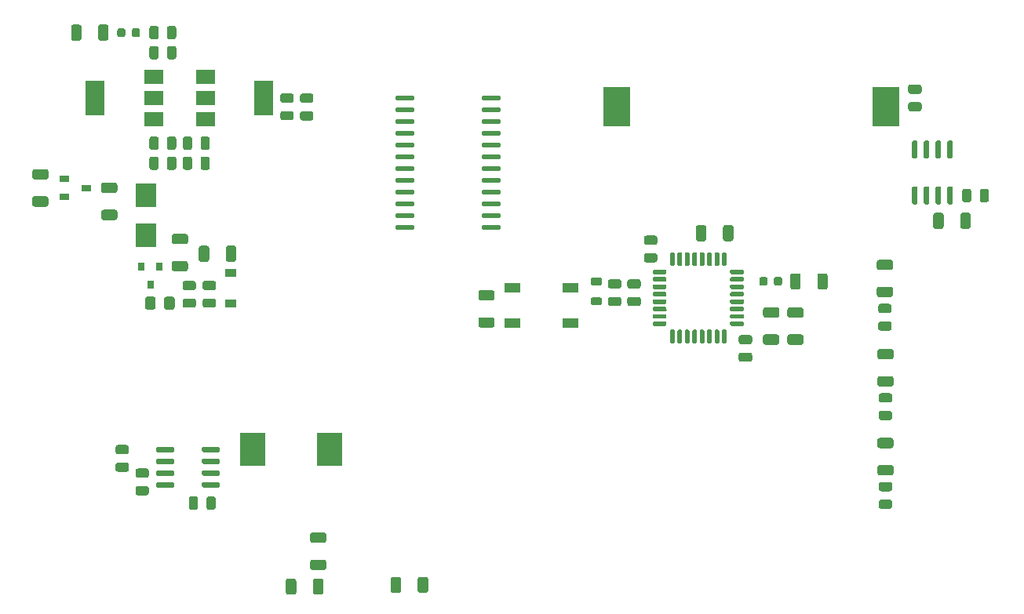
<source format=gtp>
G04 #@! TF.GenerationSoftware,KiCad,Pcbnew,(5.1.12-1-10_14)*
G04 #@! TF.CreationDate,2022-01-30T16:39:28+01:00*
G04 #@! TF.ProjectId,NixieDisplayMotherBoardV2,4e697869-6544-4697-9370-6c61794d6f74,rev?*
G04 #@! TF.SameCoordinates,Original*
G04 #@! TF.FileFunction,Paste,Top*
G04 #@! TF.FilePolarity,Positive*
%FSLAX46Y46*%
G04 Gerber Fmt 4.6, Leading zero omitted, Abs format (unit mm)*
G04 Created by KiCad (PCBNEW (5.1.12-1-10_14)) date 2022-01-30 16:39:28*
%MOMM*%
%LPD*%
G01*
G04 APERTURE LIST*
%ADD10R,2.000000X1.500000*%
%ADD11R,2.000000X3.800000*%
%ADD12R,1.700000X1.000000*%
%ADD13R,0.800000X0.900000*%
%ADD14R,1.000000X0.700000*%
%ADD15R,2.700000X3.600000*%
%ADD16R,1.200000X0.900000*%
%ADD17R,2.300000X2.500000*%
%ADD18R,3.000000X4.200000*%
G04 APERTURE END LIST*
G36*
G01*
X141699000Y-78496500D02*
X141699000Y-78221500D01*
G75*
G02*
X141836500Y-78084000I137500J0D01*
G01*
X143561500Y-78084000D01*
G75*
G02*
X143699000Y-78221500I0J-137500D01*
G01*
X143699000Y-78496500D01*
G75*
G02*
X143561500Y-78634000I-137500J0D01*
G01*
X141836500Y-78634000D01*
G75*
G02*
X141699000Y-78496500I0J137500D01*
G01*
G37*
G36*
G01*
X141699000Y-79766500D02*
X141699000Y-79491500D01*
G75*
G02*
X141836500Y-79354000I137500J0D01*
G01*
X143561500Y-79354000D01*
G75*
G02*
X143699000Y-79491500I0J-137500D01*
G01*
X143699000Y-79766500D01*
G75*
G02*
X143561500Y-79904000I-137500J0D01*
G01*
X141836500Y-79904000D01*
G75*
G02*
X141699000Y-79766500I0J137500D01*
G01*
G37*
G36*
G01*
X141699000Y-81036500D02*
X141699000Y-80761500D01*
G75*
G02*
X141836500Y-80624000I137500J0D01*
G01*
X143561500Y-80624000D01*
G75*
G02*
X143699000Y-80761500I0J-137500D01*
G01*
X143699000Y-81036500D01*
G75*
G02*
X143561500Y-81174000I-137500J0D01*
G01*
X141836500Y-81174000D01*
G75*
G02*
X141699000Y-81036500I0J137500D01*
G01*
G37*
G36*
G01*
X141699000Y-82306500D02*
X141699000Y-82031500D01*
G75*
G02*
X141836500Y-81894000I137500J0D01*
G01*
X143561500Y-81894000D01*
G75*
G02*
X143699000Y-82031500I0J-137500D01*
G01*
X143699000Y-82306500D01*
G75*
G02*
X143561500Y-82444000I-137500J0D01*
G01*
X141836500Y-82444000D01*
G75*
G02*
X141699000Y-82306500I0J137500D01*
G01*
G37*
G36*
G01*
X141699000Y-83576500D02*
X141699000Y-83301500D01*
G75*
G02*
X141836500Y-83164000I137500J0D01*
G01*
X143561500Y-83164000D01*
G75*
G02*
X143699000Y-83301500I0J-137500D01*
G01*
X143699000Y-83576500D01*
G75*
G02*
X143561500Y-83714000I-137500J0D01*
G01*
X141836500Y-83714000D01*
G75*
G02*
X141699000Y-83576500I0J137500D01*
G01*
G37*
G36*
G01*
X141699000Y-84846500D02*
X141699000Y-84571500D01*
G75*
G02*
X141836500Y-84434000I137500J0D01*
G01*
X143561500Y-84434000D01*
G75*
G02*
X143699000Y-84571500I0J-137500D01*
G01*
X143699000Y-84846500D01*
G75*
G02*
X143561500Y-84984000I-137500J0D01*
G01*
X141836500Y-84984000D01*
G75*
G02*
X141699000Y-84846500I0J137500D01*
G01*
G37*
G36*
G01*
X141699000Y-86116500D02*
X141699000Y-85841500D01*
G75*
G02*
X141836500Y-85704000I137500J0D01*
G01*
X143561500Y-85704000D01*
G75*
G02*
X143699000Y-85841500I0J-137500D01*
G01*
X143699000Y-86116500D01*
G75*
G02*
X143561500Y-86254000I-137500J0D01*
G01*
X141836500Y-86254000D01*
G75*
G02*
X141699000Y-86116500I0J137500D01*
G01*
G37*
G36*
G01*
X141699000Y-87386500D02*
X141699000Y-87111500D01*
G75*
G02*
X141836500Y-86974000I137500J0D01*
G01*
X143561500Y-86974000D01*
G75*
G02*
X143699000Y-87111500I0J-137500D01*
G01*
X143699000Y-87386500D01*
G75*
G02*
X143561500Y-87524000I-137500J0D01*
G01*
X141836500Y-87524000D01*
G75*
G02*
X141699000Y-87386500I0J137500D01*
G01*
G37*
G36*
G01*
X141699000Y-88656500D02*
X141699000Y-88381500D01*
G75*
G02*
X141836500Y-88244000I137500J0D01*
G01*
X143561500Y-88244000D01*
G75*
G02*
X143699000Y-88381500I0J-137500D01*
G01*
X143699000Y-88656500D01*
G75*
G02*
X143561500Y-88794000I-137500J0D01*
G01*
X141836500Y-88794000D01*
G75*
G02*
X141699000Y-88656500I0J137500D01*
G01*
G37*
G36*
G01*
X141699000Y-89926500D02*
X141699000Y-89651500D01*
G75*
G02*
X141836500Y-89514000I137500J0D01*
G01*
X143561500Y-89514000D01*
G75*
G02*
X143699000Y-89651500I0J-137500D01*
G01*
X143699000Y-89926500D01*
G75*
G02*
X143561500Y-90064000I-137500J0D01*
G01*
X141836500Y-90064000D01*
G75*
G02*
X141699000Y-89926500I0J137500D01*
G01*
G37*
G36*
G01*
X141699000Y-91196500D02*
X141699000Y-90921500D01*
G75*
G02*
X141836500Y-90784000I137500J0D01*
G01*
X143561500Y-90784000D01*
G75*
G02*
X143699000Y-90921500I0J-137500D01*
G01*
X143699000Y-91196500D01*
G75*
G02*
X143561500Y-91334000I-137500J0D01*
G01*
X141836500Y-91334000D01*
G75*
G02*
X141699000Y-91196500I0J137500D01*
G01*
G37*
G36*
G01*
X141699000Y-92466500D02*
X141699000Y-92191500D01*
G75*
G02*
X141836500Y-92054000I137500J0D01*
G01*
X143561500Y-92054000D01*
G75*
G02*
X143699000Y-92191500I0J-137500D01*
G01*
X143699000Y-92466500D01*
G75*
G02*
X143561500Y-92604000I-137500J0D01*
G01*
X141836500Y-92604000D01*
G75*
G02*
X141699000Y-92466500I0J137500D01*
G01*
G37*
G36*
G01*
X132399000Y-92466500D02*
X132399000Y-92191500D01*
G75*
G02*
X132536500Y-92054000I137500J0D01*
G01*
X134261500Y-92054000D01*
G75*
G02*
X134399000Y-92191500I0J-137500D01*
G01*
X134399000Y-92466500D01*
G75*
G02*
X134261500Y-92604000I-137500J0D01*
G01*
X132536500Y-92604000D01*
G75*
G02*
X132399000Y-92466500I0J137500D01*
G01*
G37*
G36*
G01*
X132399000Y-91196500D02*
X132399000Y-90921500D01*
G75*
G02*
X132536500Y-90784000I137500J0D01*
G01*
X134261500Y-90784000D01*
G75*
G02*
X134399000Y-90921500I0J-137500D01*
G01*
X134399000Y-91196500D01*
G75*
G02*
X134261500Y-91334000I-137500J0D01*
G01*
X132536500Y-91334000D01*
G75*
G02*
X132399000Y-91196500I0J137500D01*
G01*
G37*
G36*
G01*
X132399000Y-89926500D02*
X132399000Y-89651500D01*
G75*
G02*
X132536500Y-89514000I137500J0D01*
G01*
X134261500Y-89514000D01*
G75*
G02*
X134399000Y-89651500I0J-137500D01*
G01*
X134399000Y-89926500D01*
G75*
G02*
X134261500Y-90064000I-137500J0D01*
G01*
X132536500Y-90064000D01*
G75*
G02*
X132399000Y-89926500I0J137500D01*
G01*
G37*
G36*
G01*
X132399000Y-88656500D02*
X132399000Y-88381500D01*
G75*
G02*
X132536500Y-88244000I137500J0D01*
G01*
X134261500Y-88244000D01*
G75*
G02*
X134399000Y-88381500I0J-137500D01*
G01*
X134399000Y-88656500D01*
G75*
G02*
X134261500Y-88794000I-137500J0D01*
G01*
X132536500Y-88794000D01*
G75*
G02*
X132399000Y-88656500I0J137500D01*
G01*
G37*
G36*
G01*
X132399000Y-87386500D02*
X132399000Y-87111500D01*
G75*
G02*
X132536500Y-86974000I137500J0D01*
G01*
X134261500Y-86974000D01*
G75*
G02*
X134399000Y-87111500I0J-137500D01*
G01*
X134399000Y-87386500D01*
G75*
G02*
X134261500Y-87524000I-137500J0D01*
G01*
X132536500Y-87524000D01*
G75*
G02*
X132399000Y-87386500I0J137500D01*
G01*
G37*
G36*
G01*
X132399000Y-86116500D02*
X132399000Y-85841500D01*
G75*
G02*
X132536500Y-85704000I137500J0D01*
G01*
X134261500Y-85704000D01*
G75*
G02*
X134399000Y-85841500I0J-137500D01*
G01*
X134399000Y-86116500D01*
G75*
G02*
X134261500Y-86254000I-137500J0D01*
G01*
X132536500Y-86254000D01*
G75*
G02*
X132399000Y-86116500I0J137500D01*
G01*
G37*
G36*
G01*
X132399000Y-84846500D02*
X132399000Y-84571500D01*
G75*
G02*
X132536500Y-84434000I137500J0D01*
G01*
X134261500Y-84434000D01*
G75*
G02*
X134399000Y-84571500I0J-137500D01*
G01*
X134399000Y-84846500D01*
G75*
G02*
X134261500Y-84984000I-137500J0D01*
G01*
X132536500Y-84984000D01*
G75*
G02*
X132399000Y-84846500I0J137500D01*
G01*
G37*
G36*
G01*
X132399000Y-83576500D02*
X132399000Y-83301500D01*
G75*
G02*
X132536500Y-83164000I137500J0D01*
G01*
X134261500Y-83164000D01*
G75*
G02*
X134399000Y-83301500I0J-137500D01*
G01*
X134399000Y-83576500D01*
G75*
G02*
X134261500Y-83714000I-137500J0D01*
G01*
X132536500Y-83714000D01*
G75*
G02*
X132399000Y-83576500I0J137500D01*
G01*
G37*
G36*
G01*
X132399000Y-82306500D02*
X132399000Y-82031500D01*
G75*
G02*
X132536500Y-81894000I137500J0D01*
G01*
X134261500Y-81894000D01*
G75*
G02*
X134399000Y-82031500I0J-137500D01*
G01*
X134399000Y-82306500D01*
G75*
G02*
X134261500Y-82444000I-137500J0D01*
G01*
X132536500Y-82444000D01*
G75*
G02*
X132399000Y-82306500I0J137500D01*
G01*
G37*
G36*
G01*
X132399000Y-81036500D02*
X132399000Y-80761500D01*
G75*
G02*
X132536500Y-80624000I137500J0D01*
G01*
X134261500Y-80624000D01*
G75*
G02*
X134399000Y-80761500I0J-137500D01*
G01*
X134399000Y-81036500D01*
G75*
G02*
X134261500Y-81174000I-137500J0D01*
G01*
X132536500Y-81174000D01*
G75*
G02*
X132399000Y-81036500I0J137500D01*
G01*
G37*
G36*
G01*
X132399000Y-79766500D02*
X132399000Y-79491500D01*
G75*
G02*
X132536500Y-79354000I137500J0D01*
G01*
X134261500Y-79354000D01*
G75*
G02*
X134399000Y-79491500I0J-137500D01*
G01*
X134399000Y-79766500D01*
G75*
G02*
X134261500Y-79904000I-137500J0D01*
G01*
X132536500Y-79904000D01*
G75*
G02*
X132399000Y-79766500I0J137500D01*
G01*
G37*
G36*
G01*
X132399000Y-78496500D02*
X132399000Y-78221500D01*
G75*
G02*
X132536500Y-78084000I137500J0D01*
G01*
X134261500Y-78084000D01*
G75*
G02*
X134399000Y-78221500I0J-137500D01*
G01*
X134399000Y-78496500D01*
G75*
G02*
X134261500Y-78634000I-137500J0D01*
G01*
X132536500Y-78634000D01*
G75*
G02*
X132399000Y-78496500I0J137500D01*
G01*
G37*
G36*
G01*
X192064500Y-87910800D02*
X192364500Y-87910800D01*
G75*
G02*
X192514500Y-88060800I0J-150000D01*
G01*
X192514500Y-89710800D01*
G75*
G02*
X192364500Y-89860800I-150000J0D01*
G01*
X192064500Y-89860800D01*
G75*
G02*
X191914500Y-89710800I0J150000D01*
G01*
X191914500Y-88060800D01*
G75*
G02*
X192064500Y-87910800I150000J0D01*
G01*
G37*
G36*
G01*
X190794500Y-87910800D02*
X191094500Y-87910800D01*
G75*
G02*
X191244500Y-88060800I0J-150000D01*
G01*
X191244500Y-89710800D01*
G75*
G02*
X191094500Y-89860800I-150000J0D01*
G01*
X190794500Y-89860800D01*
G75*
G02*
X190644500Y-89710800I0J150000D01*
G01*
X190644500Y-88060800D01*
G75*
G02*
X190794500Y-87910800I150000J0D01*
G01*
G37*
G36*
G01*
X189524500Y-87910800D02*
X189824500Y-87910800D01*
G75*
G02*
X189974500Y-88060800I0J-150000D01*
G01*
X189974500Y-89710800D01*
G75*
G02*
X189824500Y-89860800I-150000J0D01*
G01*
X189524500Y-89860800D01*
G75*
G02*
X189374500Y-89710800I0J150000D01*
G01*
X189374500Y-88060800D01*
G75*
G02*
X189524500Y-87910800I150000J0D01*
G01*
G37*
G36*
G01*
X188254500Y-87910800D02*
X188554500Y-87910800D01*
G75*
G02*
X188704500Y-88060800I0J-150000D01*
G01*
X188704500Y-89710800D01*
G75*
G02*
X188554500Y-89860800I-150000J0D01*
G01*
X188254500Y-89860800D01*
G75*
G02*
X188104500Y-89710800I0J150000D01*
G01*
X188104500Y-88060800D01*
G75*
G02*
X188254500Y-87910800I150000J0D01*
G01*
G37*
G36*
G01*
X188254500Y-82960800D02*
X188554500Y-82960800D01*
G75*
G02*
X188704500Y-83110800I0J-150000D01*
G01*
X188704500Y-84760800D01*
G75*
G02*
X188554500Y-84910800I-150000J0D01*
G01*
X188254500Y-84910800D01*
G75*
G02*
X188104500Y-84760800I0J150000D01*
G01*
X188104500Y-83110800D01*
G75*
G02*
X188254500Y-82960800I150000J0D01*
G01*
G37*
G36*
G01*
X189524500Y-82960800D02*
X189824500Y-82960800D01*
G75*
G02*
X189974500Y-83110800I0J-150000D01*
G01*
X189974500Y-84760800D01*
G75*
G02*
X189824500Y-84910800I-150000J0D01*
G01*
X189524500Y-84910800D01*
G75*
G02*
X189374500Y-84760800I0J150000D01*
G01*
X189374500Y-83110800D01*
G75*
G02*
X189524500Y-82960800I150000J0D01*
G01*
G37*
G36*
G01*
X190794500Y-82960800D02*
X191094500Y-82960800D01*
G75*
G02*
X191244500Y-83110800I0J-150000D01*
G01*
X191244500Y-84760800D01*
G75*
G02*
X191094500Y-84910800I-150000J0D01*
G01*
X190794500Y-84910800D01*
G75*
G02*
X190644500Y-84760800I0J150000D01*
G01*
X190644500Y-83110800D01*
G75*
G02*
X190794500Y-82960800I150000J0D01*
G01*
G37*
G36*
G01*
X192064500Y-82960800D02*
X192364500Y-82960800D01*
G75*
G02*
X192514500Y-83110800I0J-150000D01*
G01*
X192514500Y-84760800D01*
G75*
G02*
X192364500Y-84910800I-150000J0D01*
G01*
X192064500Y-84910800D01*
G75*
G02*
X191914500Y-84760800I0J150000D01*
G01*
X191914500Y-83110800D01*
G75*
G02*
X192064500Y-82960800I150000J0D01*
G01*
G37*
G36*
G01*
X161986500Y-96399000D02*
X161986500Y-95149000D01*
G75*
G02*
X162111500Y-95024000I125000J0D01*
G01*
X162361500Y-95024000D01*
G75*
G02*
X162486500Y-95149000I0J-125000D01*
G01*
X162486500Y-96399000D01*
G75*
G02*
X162361500Y-96524000I-125000J0D01*
G01*
X162111500Y-96524000D01*
G75*
G02*
X161986500Y-96399000I0J125000D01*
G01*
G37*
G36*
G01*
X162786500Y-96399000D02*
X162786500Y-95149000D01*
G75*
G02*
X162911500Y-95024000I125000J0D01*
G01*
X163161500Y-95024000D01*
G75*
G02*
X163286500Y-95149000I0J-125000D01*
G01*
X163286500Y-96399000D01*
G75*
G02*
X163161500Y-96524000I-125000J0D01*
G01*
X162911500Y-96524000D01*
G75*
G02*
X162786500Y-96399000I0J125000D01*
G01*
G37*
G36*
G01*
X163586500Y-96399000D02*
X163586500Y-95149000D01*
G75*
G02*
X163711500Y-95024000I125000J0D01*
G01*
X163961500Y-95024000D01*
G75*
G02*
X164086500Y-95149000I0J-125000D01*
G01*
X164086500Y-96399000D01*
G75*
G02*
X163961500Y-96524000I-125000J0D01*
G01*
X163711500Y-96524000D01*
G75*
G02*
X163586500Y-96399000I0J125000D01*
G01*
G37*
G36*
G01*
X164386500Y-96399000D02*
X164386500Y-95149000D01*
G75*
G02*
X164511500Y-95024000I125000J0D01*
G01*
X164761500Y-95024000D01*
G75*
G02*
X164886500Y-95149000I0J-125000D01*
G01*
X164886500Y-96399000D01*
G75*
G02*
X164761500Y-96524000I-125000J0D01*
G01*
X164511500Y-96524000D01*
G75*
G02*
X164386500Y-96399000I0J125000D01*
G01*
G37*
G36*
G01*
X165186500Y-96399000D02*
X165186500Y-95149000D01*
G75*
G02*
X165311500Y-95024000I125000J0D01*
G01*
X165561500Y-95024000D01*
G75*
G02*
X165686500Y-95149000I0J-125000D01*
G01*
X165686500Y-96399000D01*
G75*
G02*
X165561500Y-96524000I-125000J0D01*
G01*
X165311500Y-96524000D01*
G75*
G02*
X165186500Y-96399000I0J125000D01*
G01*
G37*
G36*
G01*
X165986500Y-96399000D02*
X165986500Y-95149000D01*
G75*
G02*
X166111500Y-95024000I125000J0D01*
G01*
X166361500Y-95024000D01*
G75*
G02*
X166486500Y-95149000I0J-125000D01*
G01*
X166486500Y-96399000D01*
G75*
G02*
X166361500Y-96524000I-125000J0D01*
G01*
X166111500Y-96524000D01*
G75*
G02*
X165986500Y-96399000I0J125000D01*
G01*
G37*
G36*
G01*
X166786500Y-96399000D02*
X166786500Y-95149000D01*
G75*
G02*
X166911500Y-95024000I125000J0D01*
G01*
X167161500Y-95024000D01*
G75*
G02*
X167286500Y-95149000I0J-125000D01*
G01*
X167286500Y-96399000D01*
G75*
G02*
X167161500Y-96524000I-125000J0D01*
G01*
X166911500Y-96524000D01*
G75*
G02*
X166786500Y-96399000I0J125000D01*
G01*
G37*
G36*
G01*
X167586500Y-96399000D02*
X167586500Y-95149000D01*
G75*
G02*
X167711500Y-95024000I125000J0D01*
G01*
X167961500Y-95024000D01*
G75*
G02*
X168086500Y-95149000I0J-125000D01*
G01*
X168086500Y-96399000D01*
G75*
G02*
X167961500Y-96524000I-125000J0D01*
G01*
X167711500Y-96524000D01*
G75*
G02*
X167586500Y-96399000I0J125000D01*
G01*
G37*
G36*
G01*
X168461500Y-97274000D02*
X168461500Y-97024000D01*
G75*
G02*
X168586500Y-96899000I125000J0D01*
G01*
X169836500Y-96899000D01*
G75*
G02*
X169961500Y-97024000I0J-125000D01*
G01*
X169961500Y-97274000D01*
G75*
G02*
X169836500Y-97399000I-125000J0D01*
G01*
X168586500Y-97399000D01*
G75*
G02*
X168461500Y-97274000I0J125000D01*
G01*
G37*
G36*
G01*
X168461500Y-98074000D02*
X168461500Y-97824000D01*
G75*
G02*
X168586500Y-97699000I125000J0D01*
G01*
X169836500Y-97699000D01*
G75*
G02*
X169961500Y-97824000I0J-125000D01*
G01*
X169961500Y-98074000D01*
G75*
G02*
X169836500Y-98199000I-125000J0D01*
G01*
X168586500Y-98199000D01*
G75*
G02*
X168461500Y-98074000I0J125000D01*
G01*
G37*
G36*
G01*
X168461500Y-98874000D02*
X168461500Y-98624000D01*
G75*
G02*
X168586500Y-98499000I125000J0D01*
G01*
X169836500Y-98499000D01*
G75*
G02*
X169961500Y-98624000I0J-125000D01*
G01*
X169961500Y-98874000D01*
G75*
G02*
X169836500Y-98999000I-125000J0D01*
G01*
X168586500Y-98999000D01*
G75*
G02*
X168461500Y-98874000I0J125000D01*
G01*
G37*
G36*
G01*
X168461500Y-99674000D02*
X168461500Y-99424000D01*
G75*
G02*
X168586500Y-99299000I125000J0D01*
G01*
X169836500Y-99299000D01*
G75*
G02*
X169961500Y-99424000I0J-125000D01*
G01*
X169961500Y-99674000D01*
G75*
G02*
X169836500Y-99799000I-125000J0D01*
G01*
X168586500Y-99799000D01*
G75*
G02*
X168461500Y-99674000I0J125000D01*
G01*
G37*
G36*
G01*
X168461500Y-100474000D02*
X168461500Y-100224000D01*
G75*
G02*
X168586500Y-100099000I125000J0D01*
G01*
X169836500Y-100099000D01*
G75*
G02*
X169961500Y-100224000I0J-125000D01*
G01*
X169961500Y-100474000D01*
G75*
G02*
X169836500Y-100599000I-125000J0D01*
G01*
X168586500Y-100599000D01*
G75*
G02*
X168461500Y-100474000I0J125000D01*
G01*
G37*
G36*
G01*
X168461500Y-101274000D02*
X168461500Y-101024000D01*
G75*
G02*
X168586500Y-100899000I125000J0D01*
G01*
X169836500Y-100899000D01*
G75*
G02*
X169961500Y-101024000I0J-125000D01*
G01*
X169961500Y-101274000D01*
G75*
G02*
X169836500Y-101399000I-125000J0D01*
G01*
X168586500Y-101399000D01*
G75*
G02*
X168461500Y-101274000I0J125000D01*
G01*
G37*
G36*
G01*
X168461500Y-102074000D02*
X168461500Y-101824000D01*
G75*
G02*
X168586500Y-101699000I125000J0D01*
G01*
X169836500Y-101699000D01*
G75*
G02*
X169961500Y-101824000I0J-125000D01*
G01*
X169961500Y-102074000D01*
G75*
G02*
X169836500Y-102199000I-125000J0D01*
G01*
X168586500Y-102199000D01*
G75*
G02*
X168461500Y-102074000I0J125000D01*
G01*
G37*
G36*
G01*
X168461500Y-102874000D02*
X168461500Y-102624000D01*
G75*
G02*
X168586500Y-102499000I125000J0D01*
G01*
X169836500Y-102499000D01*
G75*
G02*
X169961500Y-102624000I0J-125000D01*
G01*
X169961500Y-102874000D01*
G75*
G02*
X169836500Y-102999000I-125000J0D01*
G01*
X168586500Y-102999000D01*
G75*
G02*
X168461500Y-102874000I0J125000D01*
G01*
G37*
G36*
G01*
X167586500Y-104749000D02*
X167586500Y-103499000D01*
G75*
G02*
X167711500Y-103374000I125000J0D01*
G01*
X167961500Y-103374000D01*
G75*
G02*
X168086500Y-103499000I0J-125000D01*
G01*
X168086500Y-104749000D01*
G75*
G02*
X167961500Y-104874000I-125000J0D01*
G01*
X167711500Y-104874000D01*
G75*
G02*
X167586500Y-104749000I0J125000D01*
G01*
G37*
G36*
G01*
X166786500Y-104749000D02*
X166786500Y-103499000D01*
G75*
G02*
X166911500Y-103374000I125000J0D01*
G01*
X167161500Y-103374000D01*
G75*
G02*
X167286500Y-103499000I0J-125000D01*
G01*
X167286500Y-104749000D01*
G75*
G02*
X167161500Y-104874000I-125000J0D01*
G01*
X166911500Y-104874000D01*
G75*
G02*
X166786500Y-104749000I0J125000D01*
G01*
G37*
G36*
G01*
X165986500Y-104749000D02*
X165986500Y-103499000D01*
G75*
G02*
X166111500Y-103374000I125000J0D01*
G01*
X166361500Y-103374000D01*
G75*
G02*
X166486500Y-103499000I0J-125000D01*
G01*
X166486500Y-104749000D01*
G75*
G02*
X166361500Y-104874000I-125000J0D01*
G01*
X166111500Y-104874000D01*
G75*
G02*
X165986500Y-104749000I0J125000D01*
G01*
G37*
G36*
G01*
X165186500Y-104749000D02*
X165186500Y-103499000D01*
G75*
G02*
X165311500Y-103374000I125000J0D01*
G01*
X165561500Y-103374000D01*
G75*
G02*
X165686500Y-103499000I0J-125000D01*
G01*
X165686500Y-104749000D01*
G75*
G02*
X165561500Y-104874000I-125000J0D01*
G01*
X165311500Y-104874000D01*
G75*
G02*
X165186500Y-104749000I0J125000D01*
G01*
G37*
G36*
G01*
X164386500Y-104749000D02*
X164386500Y-103499000D01*
G75*
G02*
X164511500Y-103374000I125000J0D01*
G01*
X164761500Y-103374000D01*
G75*
G02*
X164886500Y-103499000I0J-125000D01*
G01*
X164886500Y-104749000D01*
G75*
G02*
X164761500Y-104874000I-125000J0D01*
G01*
X164511500Y-104874000D01*
G75*
G02*
X164386500Y-104749000I0J125000D01*
G01*
G37*
G36*
G01*
X163586500Y-104749000D02*
X163586500Y-103499000D01*
G75*
G02*
X163711500Y-103374000I125000J0D01*
G01*
X163961500Y-103374000D01*
G75*
G02*
X164086500Y-103499000I0J-125000D01*
G01*
X164086500Y-104749000D01*
G75*
G02*
X163961500Y-104874000I-125000J0D01*
G01*
X163711500Y-104874000D01*
G75*
G02*
X163586500Y-104749000I0J125000D01*
G01*
G37*
G36*
G01*
X162786500Y-104749000D02*
X162786500Y-103499000D01*
G75*
G02*
X162911500Y-103374000I125000J0D01*
G01*
X163161500Y-103374000D01*
G75*
G02*
X163286500Y-103499000I0J-125000D01*
G01*
X163286500Y-104749000D01*
G75*
G02*
X163161500Y-104874000I-125000J0D01*
G01*
X162911500Y-104874000D01*
G75*
G02*
X162786500Y-104749000I0J125000D01*
G01*
G37*
G36*
G01*
X161986500Y-104749000D02*
X161986500Y-103499000D01*
G75*
G02*
X162111500Y-103374000I125000J0D01*
G01*
X162361500Y-103374000D01*
G75*
G02*
X162486500Y-103499000I0J-125000D01*
G01*
X162486500Y-104749000D01*
G75*
G02*
X162361500Y-104874000I-125000J0D01*
G01*
X162111500Y-104874000D01*
G75*
G02*
X161986500Y-104749000I0J125000D01*
G01*
G37*
G36*
G01*
X160111500Y-102874000D02*
X160111500Y-102624000D01*
G75*
G02*
X160236500Y-102499000I125000J0D01*
G01*
X161486500Y-102499000D01*
G75*
G02*
X161611500Y-102624000I0J-125000D01*
G01*
X161611500Y-102874000D01*
G75*
G02*
X161486500Y-102999000I-125000J0D01*
G01*
X160236500Y-102999000D01*
G75*
G02*
X160111500Y-102874000I0J125000D01*
G01*
G37*
G36*
G01*
X160111500Y-102074000D02*
X160111500Y-101824000D01*
G75*
G02*
X160236500Y-101699000I125000J0D01*
G01*
X161486500Y-101699000D01*
G75*
G02*
X161611500Y-101824000I0J-125000D01*
G01*
X161611500Y-102074000D01*
G75*
G02*
X161486500Y-102199000I-125000J0D01*
G01*
X160236500Y-102199000D01*
G75*
G02*
X160111500Y-102074000I0J125000D01*
G01*
G37*
G36*
G01*
X160111500Y-101274000D02*
X160111500Y-101024000D01*
G75*
G02*
X160236500Y-100899000I125000J0D01*
G01*
X161486500Y-100899000D01*
G75*
G02*
X161611500Y-101024000I0J-125000D01*
G01*
X161611500Y-101274000D01*
G75*
G02*
X161486500Y-101399000I-125000J0D01*
G01*
X160236500Y-101399000D01*
G75*
G02*
X160111500Y-101274000I0J125000D01*
G01*
G37*
G36*
G01*
X160111500Y-100474000D02*
X160111500Y-100224000D01*
G75*
G02*
X160236500Y-100099000I125000J0D01*
G01*
X161486500Y-100099000D01*
G75*
G02*
X161611500Y-100224000I0J-125000D01*
G01*
X161611500Y-100474000D01*
G75*
G02*
X161486500Y-100599000I-125000J0D01*
G01*
X160236500Y-100599000D01*
G75*
G02*
X160111500Y-100474000I0J125000D01*
G01*
G37*
G36*
G01*
X160111500Y-99674000D02*
X160111500Y-99424000D01*
G75*
G02*
X160236500Y-99299000I125000J0D01*
G01*
X161486500Y-99299000D01*
G75*
G02*
X161611500Y-99424000I0J-125000D01*
G01*
X161611500Y-99674000D01*
G75*
G02*
X161486500Y-99799000I-125000J0D01*
G01*
X160236500Y-99799000D01*
G75*
G02*
X160111500Y-99674000I0J125000D01*
G01*
G37*
G36*
G01*
X160111500Y-98874000D02*
X160111500Y-98624000D01*
G75*
G02*
X160236500Y-98499000I125000J0D01*
G01*
X161486500Y-98499000D01*
G75*
G02*
X161611500Y-98624000I0J-125000D01*
G01*
X161611500Y-98874000D01*
G75*
G02*
X161486500Y-98999000I-125000J0D01*
G01*
X160236500Y-98999000D01*
G75*
G02*
X160111500Y-98874000I0J125000D01*
G01*
G37*
G36*
G01*
X160111500Y-98074000D02*
X160111500Y-97824000D01*
G75*
G02*
X160236500Y-97699000I125000J0D01*
G01*
X161486500Y-97699000D01*
G75*
G02*
X161611500Y-97824000I0J-125000D01*
G01*
X161611500Y-98074000D01*
G75*
G02*
X161486500Y-98199000I-125000J0D01*
G01*
X160236500Y-98199000D01*
G75*
G02*
X160111500Y-98074000I0J125000D01*
G01*
G37*
G36*
G01*
X160111500Y-97274000D02*
X160111500Y-97024000D01*
G75*
G02*
X160236500Y-96899000I125000J0D01*
G01*
X161486500Y-96899000D01*
G75*
G02*
X161611500Y-97024000I0J-125000D01*
G01*
X161611500Y-97274000D01*
G75*
G02*
X161486500Y-97399000I-125000J0D01*
G01*
X160236500Y-97399000D01*
G75*
G02*
X160111500Y-97274000I0J125000D01*
G01*
G37*
G36*
G01*
X111482000Y-116482000D02*
X111482000Y-116182000D01*
G75*
G02*
X111632000Y-116032000I150000J0D01*
G01*
X113282000Y-116032000D01*
G75*
G02*
X113432000Y-116182000I0J-150000D01*
G01*
X113432000Y-116482000D01*
G75*
G02*
X113282000Y-116632000I-150000J0D01*
G01*
X111632000Y-116632000D01*
G75*
G02*
X111482000Y-116482000I0J150000D01*
G01*
G37*
G36*
G01*
X111482000Y-117752000D02*
X111482000Y-117452000D01*
G75*
G02*
X111632000Y-117302000I150000J0D01*
G01*
X113282000Y-117302000D01*
G75*
G02*
X113432000Y-117452000I0J-150000D01*
G01*
X113432000Y-117752000D01*
G75*
G02*
X113282000Y-117902000I-150000J0D01*
G01*
X111632000Y-117902000D01*
G75*
G02*
X111482000Y-117752000I0J150000D01*
G01*
G37*
G36*
G01*
X111482000Y-119022000D02*
X111482000Y-118722000D01*
G75*
G02*
X111632000Y-118572000I150000J0D01*
G01*
X113282000Y-118572000D01*
G75*
G02*
X113432000Y-118722000I0J-150000D01*
G01*
X113432000Y-119022000D01*
G75*
G02*
X113282000Y-119172000I-150000J0D01*
G01*
X111632000Y-119172000D01*
G75*
G02*
X111482000Y-119022000I0J150000D01*
G01*
G37*
G36*
G01*
X111482000Y-120292000D02*
X111482000Y-119992000D01*
G75*
G02*
X111632000Y-119842000I150000J0D01*
G01*
X113282000Y-119842000D01*
G75*
G02*
X113432000Y-119992000I0J-150000D01*
G01*
X113432000Y-120292000D01*
G75*
G02*
X113282000Y-120442000I-150000J0D01*
G01*
X111632000Y-120442000D01*
G75*
G02*
X111482000Y-120292000I0J150000D01*
G01*
G37*
G36*
G01*
X106532000Y-120292000D02*
X106532000Y-119992000D01*
G75*
G02*
X106682000Y-119842000I150000J0D01*
G01*
X108332000Y-119842000D01*
G75*
G02*
X108482000Y-119992000I0J-150000D01*
G01*
X108482000Y-120292000D01*
G75*
G02*
X108332000Y-120442000I-150000J0D01*
G01*
X106682000Y-120442000D01*
G75*
G02*
X106532000Y-120292000I0J150000D01*
G01*
G37*
G36*
G01*
X106532000Y-119022000D02*
X106532000Y-118722000D01*
G75*
G02*
X106682000Y-118572000I150000J0D01*
G01*
X108332000Y-118572000D01*
G75*
G02*
X108482000Y-118722000I0J-150000D01*
G01*
X108482000Y-119022000D01*
G75*
G02*
X108332000Y-119172000I-150000J0D01*
G01*
X106682000Y-119172000D01*
G75*
G02*
X106532000Y-119022000I0J150000D01*
G01*
G37*
G36*
G01*
X106532000Y-117752000D02*
X106532000Y-117452000D01*
G75*
G02*
X106682000Y-117302000I150000J0D01*
G01*
X108332000Y-117302000D01*
G75*
G02*
X108482000Y-117452000I0J-150000D01*
G01*
X108482000Y-117752000D01*
G75*
G02*
X108332000Y-117902000I-150000J0D01*
G01*
X106682000Y-117902000D01*
G75*
G02*
X106532000Y-117752000I0J150000D01*
G01*
G37*
G36*
G01*
X106532000Y-116482000D02*
X106532000Y-116182000D01*
G75*
G02*
X106682000Y-116032000I150000J0D01*
G01*
X108332000Y-116032000D01*
G75*
G02*
X108482000Y-116182000I0J-150000D01*
G01*
X108482000Y-116482000D01*
G75*
G02*
X108332000Y-116632000I-150000J0D01*
G01*
X106682000Y-116632000D01*
G75*
G02*
X106532000Y-116482000I0J150000D01*
G01*
G37*
D10*
X111861200Y-76084400D03*
X111861200Y-80684400D03*
X111861200Y-78384400D03*
D11*
X118161200Y-78384400D03*
D10*
X106274000Y-80659000D03*
X106274000Y-76059000D03*
X106274000Y-78359000D03*
D11*
X99974000Y-78359000D03*
D12*
X151257400Y-102661800D03*
X144957400Y-102661800D03*
X151257400Y-98861800D03*
X144957400Y-98861800D03*
G36*
G01*
X167701800Y-93589002D02*
X167701800Y-92338998D01*
G75*
G02*
X167951798Y-92089000I249998J0D01*
G01*
X168576802Y-92089000D01*
G75*
G02*
X168826800Y-92338998I0J-249998D01*
G01*
X168826800Y-93589002D01*
G75*
G02*
X168576802Y-93839000I-249998J0D01*
G01*
X167951798Y-93839000D01*
G75*
G02*
X167701800Y-93589002I0J249998D01*
G01*
G37*
G36*
G01*
X164776800Y-93589002D02*
X164776800Y-92338998D01*
G75*
G02*
X165026798Y-92089000I249998J0D01*
G01*
X165651802Y-92089000D01*
G75*
G02*
X165901800Y-92338998I0J-249998D01*
G01*
X165901800Y-93589002D01*
G75*
G02*
X165651802Y-93839000I-249998J0D01*
G01*
X165026798Y-93839000D01*
G75*
G02*
X164776800Y-93589002I0J249998D01*
G01*
G37*
G36*
G01*
X177874500Y-98796002D02*
X177874500Y-97545998D01*
G75*
G02*
X178124498Y-97296000I249998J0D01*
G01*
X178749502Y-97296000D01*
G75*
G02*
X178999500Y-97545998I0J-249998D01*
G01*
X178999500Y-98796002D01*
G75*
G02*
X178749502Y-99046000I-249998J0D01*
G01*
X178124498Y-99046000D01*
G75*
G02*
X177874500Y-98796002I0J249998D01*
G01*
G37*
G36*
G01*
X174949500Y-98796002D02*
X174949500Y-97545998D01*
G75*
G02*
X175199498Y-97296000I249998J0D01*
G01*
X175824502Y-97296000D01*
G75*
G02*
X176074500Y-97545998I0J-249998D01*
G01*
X176074500Y-98796002D01*
G75*
G02*
X175824502Y-99046000I-249998J0D01*
G01*
X175199498Y-99046000D01*
G75*
G02*
X174949500Y-98796002I0J249998D01*
G01*
G37*
G36*
G01*
X142801502Y-100242800D02*
X141551498Y-100242800D01*
G75*
G02*
X141301500Y-99992802I0J249998D01*
G01*
X141301500Y-99367798D01*
G75*
G02*
X141551498Y-99117800I249998J0D01*
G01*
X142801502Y-99117800D01*
G75*
G02*
X143051500Y-99367798I0J-249998D01*
G01*
X143051500Y-99992802D01*
G75*
G02*
X142801502Y-100242800I-249998J0D01*
G01*
G37*
G36*
G01*
X142801502Y-103167800D02*
X141551498Y-103167800D01*
G75*
G02*
X141301500Y-102917802I0J249998D01*
G01*
X141301500Y-102292798D01*
G75*
G02*
X141551498Y-102042800I249998J0D01*
G01*
X142801502Y-102042800D01*
G75*
G02*
X143051500Y-102292798I0J-249998D01*
G01*
X143051500Y-102917802D01*
G75*
G02*
X142801502Y-103167800I-249998J0D01*
G01*
G37*
G36*
G01*
X176139002Y-102097000D02*
X174888998Y-102097000D01*
G75*
G02*
X174639000Y-101847002I0J249998D01*
G01*
X174639000Y-101221998D01*
G75*
G02*
X174888998Y-100972000I249998J0D01*
G01*
X176139002Y-100972000D01*
G75*
G02*
X176389000Y-101221998I0J-249998D01*
G01*
X176389000Y-101847002D01*
G75*
G02*
X176139002Y-102097000I-249998J0D01*
G01*
G37*
G36*
G01*
X176139002Y-105022000D02*
X174888998Y-105022000D01*
G75*
G02*
X174639000Y-104772002I0J249998D01*
G01*
X174639000Y-104146998D01*
G75*
G02*
X174888998Y-103897000I249998J0D01*
G01*
X176139002Y-103897000D01*
G75*
G02*
X176389000Y-104146998I0J-249998D01*
G01*
X176389000Y-104772002D01*
G75*
G02*
X176139002Y-105022000I-249998J0D01*
G01*
G37*
G36*
G01*
X173522802Y-102097000D02*
X172272798Y-102097000D01*
G75*
G02*
X172022800Y-101847002I0J249998D01*
G01*
X172022800Y-101221998D01*
G75*
G02*
X172272798Y-100972000I249998J0D01*
G01*
X173522802Y-100972000D01*
G75*
G02*
X173772800Y-101221998I0J-249998D01*
G01*
X173772800Y-101847002D01*
G75*
G02*
X173522802Y-102097000I-249998J0D01*
G01*
G37*
G36*
G01*
X173522802Y-105022000D02*
X172272798Y-105022000D01*
G75*
G02*
X172022800Y-104772002I0J249998D01*
G01*
X172022800Y-104146998D01*
G75*
G02*
X172272798Y-103897000I249998J0D01*
G01*
X173522802Y-103897000D01*
G75*
G02*
X173772800Y-104146998I0J-249998D01*
G01*
X173772800Y-104772002D01*
G75*
G02*
X173522802Y-105022000I-249998J0D01*
G01*
G37*
G36*
G01*
X185854502Y-116194000D02*
X184604498Y-116194000D01*
G75*
G02*
X184354500Y-115944002I0J249998D01*
G01*
X184354500Y-115318998D01*
G75*
G02*
X184604498Y-115069000I249998J0D01*
G01*
X185854502Y-115069000D01*
G75*
G02*
X186104500Y-115318998I0J-249998D01*
G01*
X186104500Y-115944002D01*
G75*
G02*
X185854502Y-116194000I-249998J0D01*
G01*
G37*
G36*
G01*
X185854502Y-119119000D02*
X184604498Y-119119000D01*
G75*
G02*
X184354500Y-118869002I0J249998D01*
G01*
X184354500Y-118243998D01*
G75*
G02*
X184604498Y-117994000I249998J0D01*
G01*
X185854502Y-117994000D01*
G75*
G02*
X186104500Y-118243998I0J-249998D01*
G01*
X186104500Y-118869002D01*
G75*
G02*
X185854502Y-119119000I-249998J0D01*
G01*
G37*
G36*
G01*
X191505000Y-91005498D02*
X191505000Y-92255502D01*
G75*
G02*
X191255002Y-92505500I-249998J0D01*
G01*
X190629998Y-92505500D01*
G75*
G02*
X190380000Y-92255502I0J249998D01*
G01*
X190380000Y-91005498D01*
G75*
G02*
X190629998Y-90755500I249998J0D01*
G01*
X191255002Y-90755500D01*
G75*
G02*
X191505000Y-91005498I0J-249998D01*
G01*
G37*
G36*
G01*
X194430000Y-91005498D02*
X194430000Y-92255502D01*
G75*
G02*
X194180002Y-92505500I-249998J0D01*
G01*
X193554998Y-92505500D01*
G75*
G02*
X193305000Y-92255502I0J249998D01*
G01*
X193305000Y-91005498D01*
G75*
G02*
X193554998Y-90755500I249998J0D01*
G01*
X194180002Y-90755500D01*
G75*
G02*
X194430000Y-91005498I0J-249998D01*
G01*
G37*
G36*
G01*
X185854502Y-106605500D02*
X184604498Y-106605500D01*
G75*
G02*
X184354500Y-106355502I0J249998D01*
G01*
X184354500Y-105730498D01*
G75*
G02*
X184604498Y-105480500I249998J0D01*
G01*
X185854502Y-105480500D01*
G75*
G02*
X186104500Y-105730498I0J-249998D01*
G01*
X186104500Y-106355502D01*
G75*
G02*
X185854502Y-106605500I-249998J0D01*
G01*
G37*
G36*
G01*
X185854502Y-109530500D02*
X184604498Y-109530500D01*
G75*
G02*
X184354500Y-109280502I0J249998D01*
G01*
X184354500Y-108655498D01*
G75*
G02*
X184604498Y-108405500I249998J0D01*
G01*
X185854502Y-108405500D01*
G75*
G02*
X186104500Y-108655498I0J-249998D01*
G01*
X186104500Y-109280502D01*
G75*
G02*
X185854502Y-109530500I-249998J0D01*
G01*
G37*
G36*
G01*
X185791002Y-96953500D02*
X184540998Y-96953500D01*
G75*
G02*
X184291000Y-96703502I0J249998D01*
G01*
X184291000Y-96078498D01*
G75*
G02*
X184540998Y-95828500I249998J0D01*
G01*
X185791002Y-95828500D01*
G75*
G02*
X186041000Y-96078498I0J-249998D01*
G01*
X186041000Y-96703502D01*
G75*
G02*
X185791002Y-96953500I-249998J0D01*
G01*
G37*
G36*
G01*
X185791002Y-99878500D02*
X184540998Y-99878500D01*
G75*
G02*
X184291000Y-99628502I0J249998D01*
G01*
X184291000Y-99003498D01*
G75*
G02*
X184540998Y-98753500I249998J0D01*
G01*
X185791002Y-98753500D01*
G75*
G02*
X186041000Y-99003498I0J-249998D01*
G01*
X186041000Y-99628502D01*
G75*
G02*
X185791002Y-99878500I-249998J0D01*
G01*
G37*
G36*
G01*
X123390498Y-128217500D02*
X124640502Y-128217500D01*
G75*
G02*
X124890500Y-128467498I0J-249998D01*
G01*
X124890500Y-129092502D01*
G75*
G02*
X124640502Y-129342500I-249998J0D01*
G01*
X123390498Y-129342500D01*
G75*
G02*
X123140500Y-129092502I0J249998D01*
G01*
X123140500Y-128467498D01*
G75*
G02*
X123390498Y-128217500I249998J0D01*
G01*
G37*
G36*
G01*
X123390498Y-125292500D02*
X124640502Y-125292500D01*
G75*
G02*
X124890500Y-125542498I0J-249998D01*
G01*
X124890500Y-126167502D01*
G75*
G02*
X124640502Y-126417500I-249998J0D01*
G01*
X123390498Y-126417500D01*
G75*
G02*
X123140500Y-126167502I0J249998D01*
G01*
X123140500Y-125542498D01*
G75*
G02*
X123390498Y-125292500I249998J0D01*
G01*
G37*
G36*
G01*
X132958000Y-130311998D02*
X132958000Y-131562002D01*
G75*
G02*
X132708002Y-131812000I-249998J0D01*
G01*
X132082998Y-131812000D01*
G75*
G02*
X131833000Y-131562002I0J249998D01*
G01*
X131833000Y-130311998D01*
G75*
G02*
X132082998Y-130062000I249998J0D01*
G01*
X132708002Y-130062000D01*
G75*
G02*
X132958000Y-130311998I0J-249998D01*
G01*
G37*
G36*
G01*
X135883000Y-130311998D02*
X135883000Y-131562002D01*
G75*
G02*
X135633002Y-131812000I-249998J0D01*
G01*
X135007998Y-131812000D01*
G75*
G02*
X134758000Y-131562002I0J249998D01*
G01*
X134758000Y-130311998D01*
G75*
G02*
X135007998Y-130062000I249998J0D01*
G01*
X135633002Y-130062000D01*
G75*
G02*
X135883000Y-130311998I0J-249998D01*
G01*
G37*
G36*
G01*
X123455000Y-131752502D02*
X123455000Y-130502498D01*
G75*
G02*
X123704998Y-130252500I249998J0D01*
G01*
X124330002Y-130252500D01*
G75*
G02*
X124580000Y-130502498I0J-249998D01*
G01*
X124580000Y-131752502D01*
G75*
G02*
X124330002Y-132002500I-249998J0D01*
G01*
X123704998Y-132002500D01*
G75*
G02*
X123455000Y-131752502I0J249998D01*
G01*
G37*
G36*
G01*
X120530000Y-131752502D02*
X120530000Y-130502498D01*
G75*
G02*
X120779998Y-130252500I249998J0D01*
G01*
X121405002Y-130252500D01*
G75*
G02*
X121655000Y-130502498I0J-249998D01*
G01*
X121655000Y-131752502D01*
G75*
G02*
X121405002Y-132002500I-249998J0D01*
G01*
X120779998Y-132002500D01*
G75*
G02*
X120530000Y-131752502I0J249998D01*
G01*
G37*
G36*
G01*
X112257000Y-94561498D02*
X112257000Y-95811502D01*
G75*
G02*
X112007002Y-96061500I-249998J0D01*
G01*
X111381998Y-96061500D01*
G75*
G02*
X111132000Y-95811502I0J249998D01*
G01*
X111132000Y-94561498D01*
G75*
G02*
X111381998Y-94311500I249998J0D01*
G01*
X112007002Y-94311500D01*
G75*
G02*
X112257000Y-94561498I0J-249998D01*
G01*
G37*
G36*
G01*
X115182000Y-94561498D02*
X115182000Y-95811502D01*
G75*
G02*
X114932002Y-96061500I-249998J0D01*
G01*
X114306998Y-96061500D01*
G75*
G02*
X114057000Y-95811502I0J249998D01*
G01*
X114057000Y-94561498D01*
G75*
G02*
X114306998Y-94311500I249998J0D01*
G01*
X114932002Y-94311500D01*
G75*
G02*
X115182000Y-94561498I0J-249998D01*
G01*
G37*
G36*
G01*
X98477500Y-70685498D02*
X98477500Y-71935502D01*
G75*
G02*
X98227502Y-72185500I-249998J0D01*
G01*
X97602498Y-72185500D01*
G75*
G02*
X97352500Y-71935502I0J249998D01*
G01*
X97352500Y-70685498D01*
G75*
G02*
X97602498Y-70435500I249998J0D01*
G01*
X98227502Y-70435500D01*
G75*
G02*
X98477500Y-70685498I0J-249998D01*
G01*
G37*
G36*
G01*
X101402500Y-70685498D02*
X101402500Y-71935502D01*
G75*
G02*
X101152502Y-72185500I-249998J0D01*
G01*
X100527498Y-72185500D01*
G75*
G02*
X100277500Y-71935502I0J249998D01*
G01*
X100277500Y-70685498D01*
G75*
G02*
X100527498Y-70435500I249998J0D01*
G01*
X101152502Y-70435500D01*
G75*
G02*
X101402500Y-70685498I0J-249998D01*
G01*
G37*
G36*
G01*
X109718002Y-94159500D02*
X108467998Y-94159500D01*
G75*
G02*
X108218000Y-93909502I0J249998D01*
G01*
X108218000Y-93284498D01*
G75*
G02*
X108467998Y-93034500I249998J0D01*
G01*
X109718002Y-93034500D01*
G75*
G02*
X109968000Y-93284498I0J-249998D01*
G01*
X109968000Y-93909502D01*
G75*
G02*
X109718002Y-94159500I-249998J0D01*
G01*
G37*
G36*
G01*
X109718002Y-97084500D02*
X108467998Y-97084500D01*
G75*
G02*
X108218000Y-96834502I0J249998D01*
G01*
X108218000Y-96209498D01*
G75*
G02*
X108467998Y-95959500I249998J0D01*
G01*
X109718002Y-95959500D01*
G75*
G02*
X109968000Y-96209498I0J-249998D01*
G01*
X109968000Y-96834502D01*
G75*
G02*
X109718002Y-97084500I-249998J0D01*
G01*
G37*
G36*
G01*
X102098002Y-88635000D02*
X100847998Y-88635000D01*
G75*
G02*
X100598000Y-88385002I0J249998D01*
G01*
X100598000Y-87759998D01*
G75*
G02*
X100847998Y-87510000I249998J0D01*
G01*
X102098002Y-87510000D01*
G75*
G02*
X102348000Y-87759998I0J-249998D01*
G01*
X102348000Y-88385002D01*
G75*
G02*
X102098002Y-88635000I-249998J0D01*
G01*
G37*
G36*
G01*
X102098002Y-91560000D02*
X100847998Y-91560000D01*
G75*
G02*
X100598000Y-91310002I0J249998D01*
G01*
X100598000Y-90684998D01*
G75*
G02*
X100847998Y-90435000I249998J0D01*
G01*
X102098002Y-90435000D01*
G75*
G02*
X102348000Y-90684998I0J-249998D01*
G01*
X102348000Y-91310002D01*
G75*
G02*
X102098002Y-91560000I-249998J0D01*
G01*
G37*
G36*
G01*
X94668502Y-87174500D02*
X93418498Y-87174500D01*
G75*
G02*
X93168500Y-86924502I0J249998D01*
G01*
X93168500Y-86299498D01*
G75*
G02*
X93418498Y-86049500I249998J0D01*
G01*
X94668502Y-86049500D01*
G75*
G02*
X94918500Y-86299498I0J-249998D01*
G01*
X94918500Y-86924502D01*
G75*
G02*
X94668502Y-87174500I-249998J0D01*
G01*
G37*
G36*
G01*
X94668502Y-90099500D02*
X93418498Y-90099500D01*
G75*
G02*
X93168500Y-89849502I0J249998D01*
G01*
X93168500Y-89224498D01*
G75*
G02*
X93418498Y-88974500I249998J0D01*
G01*
X94668502Y-88974500D01*
G75*
G02*
X94918500Y-89224498I0J-249998D01*
G01*
X94918500Y-89849502D01*
G75*
G02*
X94668502Y-90099500I-249998J0D01*
G01*
G37*
D13*
X105918000Y-98536000D03*
X104968000Y-96536000D03*
X106868000Y-96536000D03*
D14*
X98990000Y-88074500D03*
X96590000Y-89024500D03*
X96590000Y-87124500D03*
G36*
G01*
X153657050Y-99888200D02*
X154419550Y-99888200D01*
G75*
G02*
X154638300Y-100106950I0J-218750D01*
G01*
X154638300Y-100544450D01*
G75*
G02*
X154419550Y-100763200I-218750J0D01*
G01*
X153657050Y-100763200D01*
G75*
G02*
X153438300Y-100544450I0J218750D01*
G01*
X153438300Y-100106950D01*
G75*
G02*
X153657050Y-99888200I218750J0D01*
G01*
G37*
G36*
G01*
X153657050Y-97763200D02*
X154419550Y-97763200D01*
G75*
G02*
X154638300Y-97981950I0J-218750D01*
G01*
X154638300Y-98419450D01*
G75*
G02*
X154419550Y-98638200I-218750J0D01*
G01*
X153657050Y-98638200D01*
G75*
G02*
X153438300Y-98419450I0J218750D01*
G01*
X153438300Y-97981950D01*
G75*
G02*
X153657050Y-97763200I218750J0D01*
G01*
G37*
D15*
X125244500Y-116332000D03*
X116944500Y-116332000D03*
G36*
G01*
X106484000Y-100070499D02*
X106484000Y-100970501D01*
G75*
G02*
X106234001Y-101220500I-249999J0D01*
G01*
X105583999Y-101220500D01*
G75*
G02*
X105334000Y-100970501I0J249999D01*
G01*
X105334000Y-100070499D01*
G75*
G02*
X105583999Y-99820500I249999J0D01*
G01*
X106234001Y-99820500D01*
G75*
G02*
X106484000Y-100070499I0J-249999D01*
G01*
G37*
G36*
G01*
X108534000Y-100070499D02*
X108534000Y-100970501D01*
G75*
G02*
X108284001Y-101220500I-249999J0D01*
G01*
X107633999Y-101220500D01*
G75*
G02*
X107384000Y-100970501I0J249999D01*
G01*
X107384000Y-100070499D01*
G75*
G02*
X107633999Y-99820500I249999J0D01*
G01*
X108284001Y-99820500D01*
G75*
G02*
X108534000Y-100070499I0J-249999D01*
G01*
G37*
G36*
G01*
X172497000Y-97914750D02*
X172497000Y-98427250D01*
G75*
G02*
X172278250Y-98646000I-218750J0D01*
G01*
X171840750Y-98646000D01*
G75*
G02*
X171622000Y-98427250I0J218750D01*
G01*
X171622000Y-97914750D01*
G75*
G02*
X171840750Y-97696000I218750J0D01*
G01*
X172278250Y-97696000D01*
G75*
G02*
X172497000Y-97914750I0J-218750D01*
G01*
G37*
G36*
G01*
X174072000Y-97914750D02*
X174072000Y-98427250D01*
G75*
G02*
X173853250Y-98646000I-218750J0D01*
G01*
X173415750Y-98646000D01*
G75*
G02*
X173197000Y-98427250I0J218750D01*
G01*
X173197000Y-97914750D01*
G75*
G02*
X173415750Y-97696000I218750J0D01*
G01*
X173853250Y-97696000D01*
G75*
G02*
X174072000Y-97914750I0J-218750D01*
G01*
G37*
D16*
X114617500Y-97219500D03*
X114617500Y-100519500D03*
G36*
G01*
X103918500Y-71566750D02*
X103918500Y-71054250D01*
G75*
G02*
X104137250Y-70835500I218750J0D01*
G01*
X104574750Y-70835500D01*
G75*
G02*
X104793500Y-71054250I0J-218750D01*
G01*
X104793500Y-71566750D01*
G75*
G02*
X104574750Y-71785500I-218750J0D01*
G01*
X104137250Y-71785500D01*
G75*
G02*
X103918500Y-71566750I0J218750D01*
G01*
G37*
G36*
G01*
X102343500Y-71566750D02*
X102343500Y-71054250D01*
G75*
G02*
X102562250Y-70835500I218750J0D01*
G01*
X102999750Y-70835500D01*
G75*
G02*
X103218500Y-71054250I0J-218750D01*
G01*
X103218500Y-71566750D01*
G75*
G02*
X102999750Y-71785500I-218750J0D01*
G01*
X102562250Y-71785500D01*
G75*
G02*
X102343500Y-71566750I0J218750D01*
G01*
G37*
D17*
X105410000Y-88909000D03*
X105410000Y-93209000D03*
G36*
G01*
X185704500Y-120835000D02*
X184754500Y-120835000D01*
G75*
G02*
X184504500Y-120585000I0J250000D01*
G01*
X184504500Y-120085000D01*
G75*
G02*
X184754500Y-119835000I250000J0D01*
G01*
X185704500Y-119835000D01*
G75*
G02*
X185954500Y-120085000I0J-250000D01*
G01*
X185954500Y-120585000D01*
G75*
G02*
X185704500Y-120835000I-250000J0D01*
G01*
G37*
G36*
G01*
X185704500Y-122735000D02*
X184754500Y-122735000D01*
G75*
G02*
X184504500Y-122485000I0J250000D01*
G01*
X184504500Y-121985000D01*
G75*
G02*
X184754500Y-121735000I250000J0D01*
G01*
X185704500Y-121735000D01*
G75*
G02*
X185954500Y-121985000I0J-250000D01*
G01*
X185954500Y-122485000D01*
G75*
G02*
X185704500Y-122735000I-250000J0D01*
G01*
G37*
G36*
G01*
X158577300Y-98940200D02*
X157627300Y-98940200D01*
G75*
G02*
X157377300Y-98690200I0J250000D01*
G01*
X157377300Y-98190200D01*
G75*
G02*
X157627300Y-97940200I250000J0D01*
G01*
X158577300Y-97940200D01*
G75*
G02*
X158827300Y-98190200I0J-250000D01*
G01*
X158827300Y-98690200D01*
G75*
G02*
X158577300Y-98940200I-250000J0D01*
G01*
G37*
G36*
G01*
X158577300Y-100840200D02*
X157627300Y-100840200D01*
G75*
G02*
X157377300Y-100590200I0J250000D01*
G01*
X157377300Y-100090200D01*
G75*
G02*
X157627300Y-99840200I250000J0D01*
G01*
X158577300Y-99840200D01*
G75*
G02*
X158827300Y-100090200I0J-250000D01*
G01*
X158827300Y-100590200D01*
G75*
G02*
X158577300Y-100840200I-250000J0D01*
G01*
G37*
G36*
G01*
X156481800Y-98940200D02*
X155531800Y-98940200D01*
G75*
G02*
X155281800Y-98690200I0J250000D01*
G01*
X155281800Y-98190200D01*
G75*
G02*
X155531800Y-97940200I250000J0D01*
G01*
X156481800Y-97940200D01*
G75*
G02*
X156731800Y-98190200I0J-250000D01*
G01*
X156731800Y-98690200D01*
G75*
G02*
X156481800Y-98940200I-250000J0D01*
G01*
G37*
G36*
G01*
X156481800Y-100840200D02*
X155531800Y-100840200D01*
G75*
G02*
X155281800Y-100590200I0J250000D01*
G01*
X155281800Y-100090200D01*
G75*
G02*
X155531800Y-99840200I250000J0D01*
G01*
X156481800Y-99840200D01*
G75*
G02*
X156731800Y-100090200I0J-250000D01*
G01*
X156731800Y-100590200D01*
G75*
G02*
X156481800Y-100840200I-250000J0D01*
G01*
G37*
G36*
G01*
X185704500Y-111246500D02*
X184754500Y-111246500D01*
G75*
G02*
X184504500Y-110996500I0J250000D01*
G01*
X184504500Y-110496500D01*
G75*
G02*
X184754500Y-110246500I250000J0D01*
G01*
X185704500Y-110246500D01*
G75*
G02*
X185954500Y-110496500I0J-250000D01*
G01*
X185954500Y-110996500D01*
G75*
G02*
X185704500Y-111246500I-250000J0D01*
G01*
G37*
G36*
G01*
X185704500Y-113146500D02*
X184754500Y-113146500D01*
G75*
G02*
X184504500Y-112896500I0J250000D01*
G01*
X184504500Y-112396500D01*
G75*
G02*
X184754500Y-112146500I250000J0D01*
G01*
X185704500Y-112146500D01*
G75*
G02*
X185954500Y-112396500I0J-250000D01*
G01*
X185954500Y-112896500D01*
G75*
G02*
X185704500Y-113146500I-250000J0D01*
G01*
G37*
G36*
G01*
X188879500Y-77909000D02*
X187929500Y-77909000D01*
G75*
G02*
X187679500Y-77659000I0J250000D01*
G01*
X187679500Y-77159000D01*
G75*
G02*
X187929500Y-76909000I250000J0D01*
G01*
X188879500Y-76909000D01*
G75*
G02*
X189129500Y-77159000I0J-250000D01*
G01*
X189129500Y-77659000D01*
G75*
G02*
X188879500Y-77909000I-250000J0D01*
G01*
G37*
G36*
G01*
X188879500Y-79809000D02*
X187929500Y-79809000D01*
G75*
G02*
X187679500Y-79559000I0J250000D01*
G01*
X187679500Y-79059000D01*
G75*
G02*
X187929500Y-78809000I250000J0D01*
G01*
X188879500Y-78809000D01*
G75*
G02*
X189129500Y-79059000I0J-250000D01*
G01*
X189129500Y-79559000D01*
G75*
G02*
X188879500Y-79809000I-250000J0D01*
G01*
G37*
G36*
G01*
X195395000Y-89375000D02*
X195395000Y-88425000D01*
G75*
G02*
X195645000Y-88175000I250000J0D01*
G01*
X196145000Y-88175000D01*
G75*
G02*
X196395000Y-88425000I0J-250000D01*
G01*
X196395000Y-89375000D01*
G75*
G02*
X196145000Y-89625000I-250000J0D01*
G01*
X195645000Y-89625000D01*
G75*
G02*
X195395000Y-89375000I0J250000D01*
G01*
G37*
G36*
G01*
X193495000Y-89375000D02*
X193495000Y-88425000D01*
G75*
G02*
X193745000Y-88175000I250000J0D01*
G01*
X194245000Y-88175000D01*
G75*
G02*
X194495000Y-88425000I0J-250000D01*
G01*
X194495000Y-89375000D01*
G75*
G02*
X194245000Y-89625000I-250000J0D01*
G01*
X193745000Y-89625000D01*
G75*
G02*
X193495000Y-89375000I0J250000D01*
G01*
G37*
G36*
G01*
X185641000Y-101594500D02*
X184691000Y-101594500D01*
G75*
G02*
X184441000Y-101344500I0J250000D01*
G01*
X184441000Y-100844500D01*
G75*
G02*
X184691000Y-100594500I250000J0D01*
G01*
X185641000Y-100594500D01*
G75*
G02*
X185891000Y-100844500I0J-250000D01*
G01*
X185891000Y-101344500D01*
G75*
G02*
X185641000Y-101594500I-250000J0D01*
G01*
G37*
G36*
G01*
X185641000Y-103494500D02*
X184691000Y-103494500D01*
G75*
G02*
X184441000Y-103244500I0J250000D01*
G01*
X184441000Y-102744500D01*
G75*
G02*
X184691000Y-102494500I250000J0D01*
G01*
X185641000Y-102494500D01*
G75*
G02*
X185891000Y-102744500I0J-250000D01*
G01*
X185891000Y-103244500D01*
G75*
G02*
X185641000Y-103494500I-250000J0D01*
G01*
G37*
G36*
G01*
X160368000Y-94228500D02*
X159418000Y-94228500D01*
G75*
G02*
X159168000Y-93978500I0J250000D01*
G01*
X159168000Y-93478500D01*
G75*
G02*
X159418000Y-93228500I250000J0D01*
G01*
X160368000Y-93228500D01*
G75*
G02*
X160618000Y-93478500I0J-250000D01*
G01*
X160618000Y-93978500D01*
G75*
G02*
X160368000Y-94228500I-250000J0D01*
G01*
G37*
G36*
G01*
X160368000Y-96128500D02*
X159418000Y-96128500D01*
G75*
G02*
X159168000Y-95878500I0J250000D01*
G01*
X159168000Y-95378500D01*
G75*
G02*
X159418000Y-95128500I250000J0D01*
G01*
X160368000Y-95128500D01*
G75*
G02*
X160618000Y-95378500I0J-250000D01*
G01*
X160618000Y-95878500D01*
G75*
G02*
X160368000Y-96128500I-250000J0D01*
G01*
G37*
G36*
G01*
X169641500Y-105860000D02*
X170591500Y-105860000D01*
G75*
G02*
X170841500Y-106110000I0J-250000D01*
G01*
X170841500Y-106610000D01*
G75*
G02*
X170591500Y-106860000I-250000J0D01*
G01*
X169641500Y-106860000D01*
G75*
G02*
X169391500Y-106610000I0J250000D01*
G01*
X169391500Y-106110000D01*
G75*
G02*
X169641500Y-105860000I250000J0D01*
G01*
G37*
G36*
G01*
X169641500Y-103960000D02*
X170591500Y-103960000D01*
G75*
G02*
X170841500Y-104210000I0J-250000D01*
G01*
X170841500Y-104710000D01*
G75*
G02*
X170591500Y-104960000I-250000J0D01*
G01*
X169641500Y-104960000D01*
G75*
G02*
X169391500Y-104710000I0J250000D01*
G01*
X169391500Y-104210000D01*
G75*
G02*
X169641500Y-103960000I250000J0D01*
G01*
G37*
G36*
G01*
X111056000Y-121635500D02*
X111056000Y-122585500D01*
G75*
G02*
X110806000Y-122835500I-250000J0D01*
G01*
X110306000Y-122835500D01*
G75*
G02*
X110056000Y-122585500I0J250000D01*
G01*
X110056000Y-121635500D01*
G75*
G02*
X110306000Y-121385500I250000J0D01*
G01*
X110806000Y-121385500D01*
G75*
G02*
X111056000Y-121635500I0J-250000D01*
G01*
G37*
G36*
G01*
X112956000Y-121635500D02*
X112956000Y-122585500D01*
G75*
G02*
X112706000Y-122835500I-250000J0D01*
G01*
X112206000Y-122835500D01*
G75*
G02*
X111956000Y-122585500I0J250000D01*
G01*
X111956000Y-121635500D01*
G75*
G02*
X112206000Y-121385500I250000J0D01*
G01*
X112706000Y-121385500D01*
G75*
G02*
X112956000Y-121635500I0J-250000D01*
G01*
G37*
G36*
G01*
X104554000Y-120274500D02*
X105504000Y-120274500D01*
G75*
G02*
X105754000Y-120524500I0J-250000D01*
G01*
X105754000Y-121024500D01*
G75*
G02*
X105504000Y-121274500I-250000J0D01*
G01*
X104554000Y-121274500D01*
G75*
G02*
X104304000Y-121024500I0J250000D01*
G01*
X104304000Y-120524500D01*
G75*
G02*
X104554000Y-120274500I250000J0D01*
G01*
G37*
G36*
G01*
X104554000Y-118374500D02*
X105504000Y-118374500D01*
G75*
G02*
X105754000Y-118624500I0J-250000D01*
G01*
X105754000Y-119124500D01*
G75*
G02*
X105504000Y-119374500I-250000J0D01*
G01*
X104554000Y-119374500D01*
G75*
G02*
X104304000Y-119124500I0J250000D01*
G01*
X104304000Y-118624500D01*
G75*
G02*
X104554000Y-118374500I250000J0D01*
G01*
G37*
G36*
G01*
X102395000Y-117734500D02*
X103345000Y-117734500D01*
G75*
G02*
X103595000Y-117984500I0J-250000D01*
G01*
X103595000Y-118484500D01*
G75*
G02*
X103345000Y-118734500I-250000J0D01*
G01*
X102395000Y-118734500D01*
G75*
G02*
X102145000Y-118484500I0J250000D01*
G01*
X102145000Y-117984500D01*
G75*
G02*
X102395000Y-117734500I250000J0D01*
G01*
G37*
G36*
G01*
X102395000Y-115834500D02*
X103345000Y-115834500D01*
G75*
G02*
X103595000Y-116084500I0J-250000D01*
G01*
X103595000Y-116584500D01*
G75*
G02*
X103345000Y-116834500I-250000J0D01*
G01*
X102395000Y-116834500D01*
G75*
G02*
X102145000Y-116584500I0J250000D01*
G01*
X102145000Y-116084500D01*
G75*
G02*
X102395000Y-115834500I250000J0D01*
G01*
G37*
G36*
G01*
X112743000Y-99118000D02*
X111793000Y-99118000D01*
G75*
G02*
X111543000Y-98868000I0J250000D01*
G01*
X111543000Y-98368000D01*
G75*
G02*
X111793000Y-98118000I250000J0D01*
G01*
X112743000Y-98118000D01*
G75*
G02*
X112993000Y-98368000I0J-250000D01*
G01*
X112993000Y-98868000D01*
G75*
G02*
X112743000Y-99118000I-250000J0D01*
G01*
G37*
G36*
G01*
X112743000Y-101018000D02*
X111793000Y-101018000D01*
G75*
G02*
X111543000Y-100768000I0J250000D01*
G01*
X111543000Y-100268000D01*
G75*
G02*
X111793000Y-100018000I250000J0D01*
G01*
X112743000Y-100018000D01*
G75*
G02*
X112993000Y-100268000I0J-250000D01*
G01*
X112993000Y-100768000D01*
G75*
G02*
X112743000Y-101018000I-250000J0D01*
G01*
G37*
G36*
G01*
X110584000Y-99118000D02*
X109634000Y-99118000D01*
G75*
G02*
X109384000Y-98868000I0J250000D01*
G01*
X109384000Y-98368000D01*
G75*
G02*
X109634000Y-98118000I250000J0D01*
G01*
X110584000Y-98118000D01*
G75*
G02*
X110834000Y-98368000I0J-250000D01*
G01*
X110834000Y-98868000D01*
G75*
G02*
X110584000Y-99118000I-250000J0D01*
G01*
G37*
G36*
G01*
X110584000Y-101018000D02*
X109634000Y-101018000D01*
G75*
G02*
X109384000Y-100768000I0J250000D01*
G01*
X109384000Y-100268000D01*
G75*
G02*
X109634000Y-100018000I250000J0D01*
G01*
X110584000Y-100018000D01*
G75*
G02*
X110834000Y-100268000I0J-250000D01*
G01*
X110834000Y-100768000D01*
G75*
G02*
X110584000Y-101018000I-250000J0D01*
G01*
G37*
G36*
G01*
X107701500Y-71785500D02*
X107701500Y-70835500D01*
G75*
G02*
X107951500Y-70585500I250000J0D01*
G01*
X108451500Y-70585500D01*
G75*
G02*
X108701500Y-70835500I0J-250000D01*
G01*
X108701500Y-71785500D01*
G75*
G02*
X108451500Y-72035500I-250000J0D01*
G01*
X107951500Y-72035500D01*
G75*
G02*
X107701500Y-71785500I0J250000D01*
G01*
G37*
G36*
G01*
X105801500Y-71785500D02*
X105801500Y-70835500D01*
G75*
G02*
X106051500Y-70585500I250000J0D01*
G01*
X106551500Y-70585500D01*
G75*
G02*
X106801500Y-70835500I0J-250000D01*
G01*
X106801500Y-71785500D01*
G75*
G02*
X106551500Y-72035500I-250000J0D01*
G01*
X106051500Y-72035500D01*
G75*
G02*
X105801500Y-71785500I0J250000D01*
G01*
G37*
G36*
G01*
X122308600Y-79799600D02*
X123258600Y-79799600D01*
G75*
G02*
X123508600Y-80049600I0J-250000D01*
G01*
X123508600Y-80549600D01*
G75*
G02*
X123258600Y-80799600I-250000J0D01*
G01*
X122308600Y-80799600D01*
G75*
G02*
X122058600Y-80549600I0J250000D01*
G01*
X122058600Y-80049600D01*
G75*
G02*
X122308600Y-79799600I250000J0D01*
G01*
G37*
G36*
G01*
X122308600Y-77899600D02*
X123258600Y-77899600D01*
G75*
G02*
X123508600Y-78149600I0J-250000D01*
G01*
X123508600Y-78649600D01*
G75*
G02*
X123258600Y-78899600I-250000J0D01*
G01*
X122308600Y-78899600D01*
G75*
G02*
X122058600Y-78649600I0J250000D01*
G01*
X122058600Y-78149600D01*
G75*
G02*
X122308600Y-77899600I250000J0D01*
G01*
G37*
G36*
G01*
X107701500Y-73944500D02*
X107701500Y-72994500D01*
G75*
G02*
X107951500Y-72744500I250000J0D01*
G01*
X108451500Y-72744500D01*
G75*
G02*
X108701500Y-72994500I0J-250000D01*
G01*
X108701500Y-73944500D01*
G75*
G02*
X108451500Y-74194500I-250000J0D01*
G01*
X107951500Y-74194500D01*
G75*
G02*
X107701500Y-73944500I0J250000D01*
G01*
G37*
G36*
G01*
X105801500Y-73944500D02*
X105801500Y-72994500D01*
G75*
G02*
X106051500Y-72744500I250000J0D01*
G01*
X106551500Y-72744500D01*
G75*
G02*
X106801500Y-72994500I0J-250000D01*
G01*
X106801500Y-73944500D01*
G75*
G02*
X106551500Y-74194500I-250000J0D01*
G01*
X106051500Y-74194500D01*
G75*
G02*
X105801500Y-73944500I0J250000D01*
G01*
G37*
G36*
G01*
X120175000Y-79784400D02*
X121125000Y-79784400D01*
G75*
G02*
X121375000Y-80034400I0J-250000D01*
G01*
X121375000Y-80534400D01*
G75*
G02*
X121125000Y-80784400I-250000J0D01*
G01*
X120175000Y-80784400D01*
G75*
G02*
X119925000Y-80534400I0J250000D01*
G01*
X119925000Y-80034400D01*
G75*
G02*
X120175000Y-79784400I250000J0D01*
G01*
G37*
G36*
G01*
X120175000Y-77884400D02*
X121125000Y-77884400D01*
G75*
G02*
X121375000Y-78134400I0J-250000D01*
G01*
X121375000Y-78634400D01*
G75*
G02*
X121125000Y-78884400I-250000J0D01*
G01*
X120175000Y-78884400D01*
G75*
G02*
X119925000Y-78634400I0J250000D01*
G01*
X119925000Y-78134400D01*
G75*
G02*
X120175000Y-77884400I250000J0D01*
G01*
G37*
G36*
G01*
X110421000Y-82773500D02*
X110421000Y-83723500D01*
G75*
G02*
X110171000Y-83973500I-250000J0D01*
G01*
X109671000Y-83973500D01*
G75*
G02*
X109421000Y-83723500I0J250000D01*
G01*
X109421000Y-82773500D01*
G75*
G02*
X109671000Y-82523500I250000J0D01*
G01*
X110171000Y-82523500D01*
G75*
G02*
X110421000Y-82773500I0J-250000D01*
G01*
G37*
G36*
G01*
X112321000Y-82773500D02*
X112321000Y-83723500D01*
G75*
G02*
X112071000Y-83973500I-250000J0D01*
G01*
X111571000Y-83973500D01*
G75*
G02*
X111321000Y-83723500I0J250000D01*
G01*
X111321000Y-82773500D01*
G75*
G02*
X111571000Y-82523500I250000J0D01*
G01*
X112071000Y-82523500D01*
G75*
G02*
X112321000Y-82773500I0J-250000D01*
G01*
G37*
G36*
G01*
X107701500Y-83723500D02*
X107701500Y-82773500D01*
G75*
G02*
X107951500Y-82523500I250000J0D01*
G01*
X108451500Y-82523500D01*
G75*
G02*
X108701500Y-82773500I0J-250000D01*
G01*
X108701500Y-83723500D01*
G75*
G02*
X108451500Y-83973500I-250000J0D01*
G01*
X107951500Y-83973500D01*
G75*
G02*
X107701500Y-83723500I0J250000D01*
G01*
G37*
G36*
G01*
X105801500Y-83723500D02*
X105801500Y-82773500D01*
G75*
G02*
X106051500Y-82523500I250000J0D01*
G01*
X106551500Y-82523500D01*
G75*
G02*
X106801500Y-82773500I0J-250000D01*
G01*
X106801500Y-83723500D01*
G75*
G02*
X106551500Y-83973500I-250000J0D01*
G01*
X106051500Y-83973500D01*
G75*
G02*
X105801500Y-83723500I0J250000D01*
G01*
G37*
G36*
G01*
X110421000Y-84932500D02*
X110421000Y-85882500D01*
G75*
G02*
X110171000Y-86132500I-250000J0D01*
G01*
X109671000Y-86132500D01*
G75*
G02*
X109421000Y-85882500I0J250000D01*
G01*
X109421000Y-84932500D01*
G75*
G02*
X109671000Y-84682500I250000J0D01*
G01*
X110171000Y-84682500D01*
G75*
G02*
X110421000Y-84932500I0J-250000D01*
G01*
G37*
G36*
G01*
X112321000Y-84932500D02*
X112321000Y-85882500D01*
G75*
G02*
X112071000Y-86132500I-250000J0D01*
G01*
X111571000Y-86132500D01*
G75*
G02*
X111321000Y-85882500I0J250000D01*
G01*
X111321000Y-84932500D01*
G75*
G02*
X111571000Y-84682500I250000J0D01*
G01*
X112071000Y-84682500D01*
G75*
G02*
X112321000Y-84932500I0J-250000D01*
G01*
G37*
G36*
G01*
X107701500Y-85895200D02*
X107701500Y-84945200D01*
G75*
G02*
X107951500Y-84695200I250000J0D01*
G01*
X108451500Y-84695200D01*
G75*
G02*
X108701500Y-84945200I0J-250000D01*
G01*
X108701500Y-85895200D01*
G75*
G02*
X108451500Y-86145200I-250000J0D01*
G01*
X107951500Y-86145200D01*
G75*
G02*
X107701500Y-85895200I0J250000D01*
G01*
G37*
G36*
G01*
X105801500Y-85895200D02*
X105801500Y-84945200D01*
G75*
G02*
X106051500Y-84695200I250000J0D01*
G01*
X106551500Y-84695200D01*
G75*
G02*
X106801500Y-84945200I0J-250000D01*
G01*
X106801500Y-85895200D01*
G75*
G02*
X106551500Y-86145200I-250000J0D01*
G01*
X106051500Y-86145200D01*
G75*
G02*
X105801500Y-85895200I0J250000D01*
G01*
G37*
D18*
X185251500Y-79311500D03*
X156251500Y-79311500D03*
M02*

</source>
